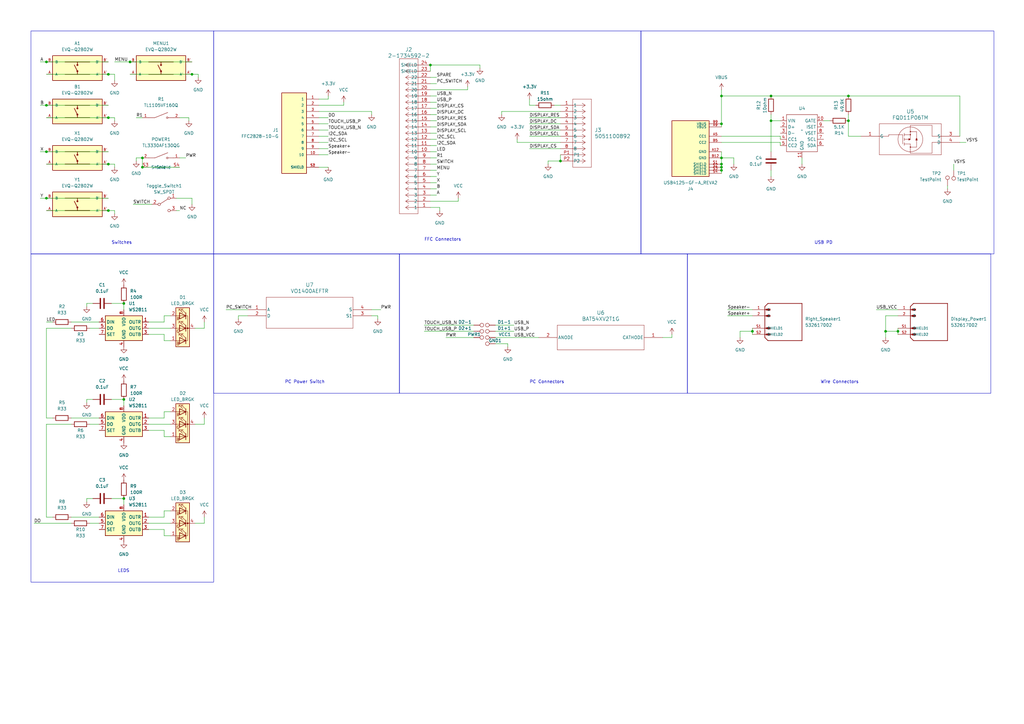
<source format=kicad_sch>
(kicad_sch (version 20230121) (generator eeschema)
  (paper "A3")
  (lib_symbols
    (symbol "2-1734592-2:2-1734592-2" (pin_names (offset 0.254))
      (property "Reference" "J" (at 8.89 6.35 0))
      (property "Value" "2-1734592-2" (at 0 0 0))
      (symbol "2-1734592-2_0_1"
        (pin unspecified line (at 0 0 0) (length 5.08) (name "1") (number "1"))
        (pin unspecified line (at 0 -22.86 0) (length 5.08) (name "10") (number "10"))
        (pin unspecified line (at 0 -25.4 0) (length 5.08) (name "11") (number "11"))
        (pin unspecified line (at 0 -27.94 0) (length 5.08) (name "12") (number "12"))
        (pin unspecified line (at 0 -30.48 0) (length 5.08) (name "13") (number "13"))
        (pin unspecified line (at 0 -33.02 0) (length 5.08) (name "14") (number "14"))
        (pin unspecified line (at 0 -35.56 0) (length 5.08) (name "15") (number "15"))
        (pin unspecified line (at 0 -38.1 0) (length 5.08) (name "16") (number "16"))
        (pin unspecified line (at 0 -40.64 0) (length 5.08) (name "17") (number "17"))
        (pin unspecified line (at 0 -43.18 0) (length 5.08) (name "18") (number "18"))
        (pin unspecified line (at 0 -45.72 0) (length 5.08) (name "19") (number "19"))
        (pin unspecified line (at 0 -2.54 0) (length 5.08) (name "2") (number "2"))
        (pin unspecified line (at 0 -48.26 0) (length 5.08) (name "20") (number "20"))
        (pin unspecified line (at 0 -50.8 0) (length 5.08) (name "21") (number "21"))
        (pin unspecified line (at 0 -53.34 0) (length 5.08) (name "22") (number "22"))
        (pin unspecified line (at 0 -55.88 0) (length 5.08) (name "SHIELD") (number "23"))
        (pin unspecified line (at 0 -58.42 0) (length 5.08) (name "SHIELD") (number "24"))
        (pin unspecified line (at 0 -5.08 0) (length 5.08) (name "3") (number "3"))
        (pin unspecified line (at 0 -7.62 0) (length 5.08) (name "4") (number "4"))
        (pin unspecified line (at 0 -10.16 0) (length 5.08) (name "5") (number "5"))
        (pin unspecified line (at 0 -12.7 0) (length 5.08) (name "6") (number "6"))
        (pin unspecified line (at 0 -15.24 0) (length 5.08) (name "7") (number "7"))
        (pin unspecified line (at 0 -17.78 0) (length 5.08) (name "8") (number "8"))
        (pin unspecified line (at 0 -20.32 0) (length 5.08) (name "9") (number "9"))
      )
    )
    (symbol "5051100892:5051100892" (pin_names (offset 0.254))
      (property "Reference" "J" (at 8.89 6.35 0))
      (property "Value" "5051100892" (at 0 0 0))
      (symbol "5051100892_1_1"
        (pin unspecified line (at 0 0 0) (length 5.08) (name "1") (number "1"))
        (pin unspecified line (at 0 -2.54 0) (length 5.08) (name "2") (number "2"))
        (pin unspecified line (at 0 -5.08 0) (length 5.08) (name "3") (number "3"))
        (pin unspecified line (at 0 -7.62 0) (length 5.08) (name "4") (number "4"))
        (pin unspecified line (at 0 -10.16 0) (length 5.08) (name "5") (number "5"))
        (pin unspecified line (at 0 -12.7 0) (length 5.08) (name "6") (number "6"))
        (pin unspecified line (at 0 -15.24 0) (length 5.08) (name "7") (number "7"))
        (pin unspecified line (at 0 -17.78 0) (length 5.08) (name "8") (number "8"))
        (pin unspecified line (at 0 -20.32 0) (length 5.08) (name "P1") (number "P1"))
        (pin unspecified line (at 0 -22.86 0) (length 5.08) (name "P2") (number "P2"))
      )
      (symbol "5051100892_1_2"
        (pin unspecified line (at 0 0 0) (length 5.08) (name "1") (number "1"))
        (pin unspecified line (at 0 -2.54 0) (length 5.08) (name "2") (number "2"))
        (pin unspecified line (at 0 -5.08 0) (length 5.08) (name "3") (number "3"))
        (pin unspecified line (at 0 -7.62 0) (length 5.08) (name "4") (number "4"))
        (pin unspecified line (at 0 -10.16 0) (length 5.08) (name "5") (number "5"))
        (pin unspecified line (at 0 -12.7 0) (length 5.08) (name "6") (number "6"))
        (pin unspecified line (at 0 -15.24 0) (length 5.08) (name "7") (number "7"))
        (pin unspecified line (at 0 -17.78 0) (length 5.08) (name "8") (number "8"))
        (pin unspecified line (at 0 -20.32 0) (length 5.08) (name "P1") (number "P1"))
        (pin unspecified line (at 0 -22.86 0) (length 5.08) (name "P2") (number "P2"))
      )
    )
    (symbol "532617002:532617002" (pin_names (offset 1.016))
      (property "Reference" "J" (at -7.62 8.89 0))
      (property "Value" "532617002" (at -7.62 -10.16 0))
      (symbol "532617002_0_0"
        (pin passive line (at -12.7 5.08 0) (length 5.08) (name "1") (number "1"))
        (pin passive line (at -12.7 2.54 0) (length 5.08) (name "2") (number "2"))
        (pin passive line (at -12.7 -2.54 0) (length 5.08) (name "SHIELD1") (number "S1"))
        (pin passive line (at -12.7 -5.08 0) (length 5.08) (name "SHIELD2") (number "S2"))
      )
    )
    (symbol "BAT54XV2T1G:BAT54XV2T1G" (pin_names (offset 0.254))
      (property "Reference" "U" (at 25.4 10.16 0))
      (property "Value" "BAT54XV2T1G" (at 25.4 7.62 0))
      (symbol "BAT54XV2T1G_0_1"
        (pin unspecified line (at 0 0 0) (length 7.62) (name "CATHODE") (number "1"))
        (pin unspecified line (at 50.8 0 180) (length 7.62) (name "ANODE") (number "2"))
      )
    )
    (symbol "Connector:TestPoint" (pin_numbers hide) (pin_names (offset 0.762) hide)
      (property "Reference" "TP" (at 0 6.858 0))
      (property "Value" "TestPoint" (at 0 5.08 0))
      (symbol "TestPoint_1_1"
        (pin passive line (at 0 0 90) (length 2.54) (name "1") (number "1"))
      )
    )
    (symbol "Device:C" (pin_numbers hide) (pin_names (offset 0.254))
      (property "Reference" "C" (at 0.635 2.54 0))
      (property "Value" "C" (at 0.635 -2.54 0))
      (symbol "C_1_1"
        (pin passive line (at 0 3.81 270) (length 2.794) (name "~") (number "1"))
        (pin passive line (at 0 -3.81 90) (length 2.794) (name "~") (number "2"))
      )
    )
    (symbol "Device:LED_BRGK" (pin_names (offset 0) hide)
      (property "Reference" "D" (at 0 9.398 0))
      (property "Value" "LED_BRGK" (at 0 -8.89 0))
      (symbol "LED_BRGK_0_0"
        (text "B" (at 1.905 -6.35 0) (effects (font (size 1.27 1.27))))
        (text "G" (at 1.905 -1.27 0) (effects (font (size 1.27 1.27))))
        (text "R" (at 1.905 3.81 0) (effects (font (size 1.27 1.27))))
      )
      (symbol "LED_BRGK_1_1"
        (pin passive line (at 5.08 -5.08 180) (length 2.54) (name "BA") (number "1"))
        (pin passive line (at 5.08 5.08 180) (length 2.54) (name "RA") (number "2"))
        (pin passive line (at 5.08 0 180) (length 2.54) (name "GA") (number "3"))
        (pin passive line (at -5.08 0 0) (length 2.54) (name "K") (number "4"))
      )
    )
    (symbol "Device:R" (pin_numbers hide) (pin_names (offset 0))
      (property "Reference" "R" (at 2.032 0 90))
      (property "Value" "R" (at 0 0 90))
      (symbol "R_1_1"
        (pin passive line (at 0 3.81 270) (length 1.27) (name "~") (number "1"))
        (pin passive line (at 0 -3.81 90) (length 1.27) (name "~") (number "2"))
      )
    )
    (symbol "Driver_LED:WS2811"
      (property "Reference" "U" (at -6.35 6.35 0))
      (property "Value" "WS2811" (at 5.08 6.35 0))
      (symbol "WS2811_1_1"
        (pin output line (at 10.16 2.54 180) (length 2.54) (name "OUTR") (number "1"))
        (pin output line (at 10.16 0 180) (length 2.54) (name "OUTG") (number "2"))
        (pin output line (at 10.16 -2.54 180) (length 2.54) (name "OUTB") (number "3"))
        (pin power_in line (at 0 -7.62 90) (length 2.54) (name "GND") (number "4"))
        (pin output line (at -10.16 0 0) (length 2.54) (name "DO") (number "5"))
        (pin input line (at -10.16 2.54 0) (length 2.54) (name "DIN") (number "6"))
        (pin input line (at -10.16 -2.54 0) (length 2.54) (name "SET") (number "7"))
        (pin power_in line (at 0 7.62 270) (length 2.54) (name "VDD") (number "8"))
      )
    )
    (symbol "EVQ-Q2B02W:EVQ-Q2B02W" (pin_names (offset 1.016))
      (property "Reference" "S" (at -10.1693 5.5931 0))
      (property "Value" "EVQ-Q2B02W" (at -10.1644 -7.6233 0))
      (symbol "EVQ-Q2B02W_0_0"
        (pin passive line (at -12.7 -2.54 0) (length 2.54) (name "A") (number "A"))
        (pin passive line (at 12.7 -2.54 180) (length 2.54) (name "A'") (number "A'"))
        (pin passive line (at -12.7 2.54 0) (length 2.54) (name "B") (number "B"))
        (pin passive line (at 12.7 2.54 180) (length 2.54) (name "B'") (number "B'"))
      )
    )
    (symbol "FFC2B28-10-G:FFC2B28-10-G" (pin_names (offset 1.016))
      (property "Reference" "J" (at -5.08 16.002 0))
      (property "Value" "FFC2B28-10-G" (at -5.08 -20.32 0))
      (symbol "FFC2B28-10-G_0_0"
        (pin passive line (at -10.16 12.7 0) (length 5.08) (name "1") (number "1"))
        (pin passive line (at -10.16 -10.16 0) (length 5.08) (name "10") (number "10"))
        (pin passive line (at -10.16 10.16 0) (length 5.08) (name "2") (number "2"))
        (pin passive line (at -10.16 7.62 0) (length 5.08) (name "3") (number "3"))
        (pin passive line (at -10.16 5.08 0) (length 5.08) (name "4") (number "4"))
        (pin passive line (at -10.16 2.54 0) (length 5.08) (name "5") (number "5"))
        (pin passive line (at -10.16 0 0) (length 5.08) (name "6") (number "6"))
        (pin passive line (at -10.16 -2.54 0) (length 5.08) (name "7") (number "7"))
        (pin passive line (at -10.16 -5.08 0) (length 5.08) (name "8") (number "8"))
        (pin passive line (at -10.16 -7.62 0) (length 5.08) (name "9") (number "9"))
        (pin passive line (at -10.16 -15.24 0) (length 5.08) (name "SHIELD") (number "S1"))
        (pin passive line (at -10.16 -15.24 0) (length 5.08) (name "SHIELD") (number "S2"))
      )
    )
    (symbol "FQD11P06TM:FQD11P06TM" (pin_names (offset 0.254))
      (property "Reference" "U" (at 20.32 10.16 0))
      (property "Value" "FQD11P06TM" (at 20.32 7.62 0))
      (symbol "FQD11P06TM_0_1"
        (pin unspecified line (at 0 0 0) (length 7.62) (name "G") (number "1"))
        (pin unspecified line (at 40.64 0 180) (length 7.62) (name "S") (number "3"))
        (pin unspecified line (at 40.64 -2.54 180) (length 7.62) (name "D") (number "4"))
      )
    )
    (symbol "HUSB238:HUSB238"
      (property "Reference" "U" (at 0 -10.16 0))
      (symbol "HUSB238_1_1"
        (pin power_in line (at -8.89 3.81 0) (length 2.54) (name "VIN") (number "1"))
        (pin input line (at 8.89 3.81 180) (length 2.54) (name "GATE") (number "10"))
        (pin power_in line (at 0 -11.43 90) (length 2.54) (name "GND") (number "11"))
        (pin input line (at -8.89 1.27 0) (length 2.54) (name "D+") (number "2"))
        (pin input line (at -8.89 -1.27 0) (length 2.54) (name "D-") (number "3"))
        (pin input line (at -8.89 -3.81 0) (length 2.54) (name "CC1") (number "4"))
        (pin input line (at -8.89 -6.35 0) (length 2.54) (name "CC2") (number "5"))
        (pin input line (at 8.89 -6.35 180) (length 2.54) (name "SDA") (number "6"))
        (pin input line (at 8.89 -3.81 180) (length 2.54) (name "SCL") (number "7"))
        (pin input line (at 8.89 -1.27 180) (length 2.54) (name "VSET") (number "8"))
        (pin input line (at 8.89 1.27 180) (length 2.54) (name "ISET") (number "9"))
      )
    )
    (symbol "SOP-4V1:VO1400AEFTR" (pin_names (offset 0.254))
      (property "Reference" "U" (at 25.4 10.16 0))
      (property "Value" "VO1400AEFTR" (at 25.4 7.62 0))
      (symbol "VO1400AEFTR_0_1"
        (pin unspecified line (at 0 0 0) (length 7.62) (name "A") (number "1"))
        (pin unspecified line (at 0 -2.54 0) (length 7.62) (name "D") (number "2"))
        (pin unspecified line (at 50.8 -2.54 180) (length 7.62) (name "S1") (number "3"))
        (pin unspecified line (at 50.8 0 180) (length 7.62) (name "S") (number "4"))
      )
    )
    (symbol "Switch:SW_SPDT" (pin_names (offset 0) hide)
      (property "Reference" "SW" (at 0 4.318 0))
      (property "Value" "SW_SPDT" (at 0 -5.08 0))
      (symbol "SW_SPDT_1_1"
        (pin passive line (at 5.08 2.54 180) (length 2.54) (name "A") (number "1"))
        (pin passive line (at -5.08 0 0) (length 2.54) (name "B") (number "2"))
        (pin passive line (at 5.08 -2.54 180) (length 2.54) (name "C") (number "3"))
      )
    )
    (symbol "TL1105VF160Q:TL1105VF160Q" (pin_names (offset 1.016))
      (property "Reference" "S" (at -5.08 5.08 0))
      (property "Value" "TL1105VF160Q" (at -5.08 -5.08 0))
      (symbol "TL1105VF160Q_0_0"
        (pin passive line (at -7.62 0 0) (length 2.54) (name "~") (number "1"))
        (pin passive line (at 7.62 0 180) (length 2.54) (name "~") (number "2"))
      )
    )
    (symbol "TL3330AF130QG:TL3330AF130QG" (pin_names (offset 1.016))
      (property "Reference" "POWER1" (at 0 7.62 0))
      (property "Value" "TL3330AF130QG" (at 0 5.08 0))
      (symbol "TL3330AF130QG_0_0"
        (pin passive line (at 7.62 0 180) (length 2.54) (name "~") (number "1"))
        (pin passive line (at -7.62 0 0) (length 2.54) (name "~") (number "2"))
      )
      (symbol "TL3330AF130QG_1_1"
        (pin passive line (at -7.62 -3.81 0) (length 2.54) (name "Shield") (number "S3"))
        (pin passive line (at 7.62 -3.81 180) (length 2.54) (name "Shield") (number "S4"))
      )
    )
    (symbol "USB4125-GF-A:USB4125-GF-A_REVA2" (pin_names (offset 1.016))
      (property "Reference" "J4" (at 0 -17.78 0))
      (property "Value" "USB4125-GF-A_REVA2" (at 0 -15.24 0))
      (symbol "USB4125-GF-A_REVA2_0_0"
        (pin power_in line (at -12.7 -2.54 0) (length 5.08) (name "GND") (number "A12"))
        (pin bidirectional line (at -12.7 3.81 0) (length 5.08) (name "CC1") (number "A5"))
        (pin power_in line (at -12.7 7.62 0) (length 5.08) (name "VBUS") (number "A9"))
        (pin power_in line (at -12.7 -5.08 0) (length 5.08) (name "GND") (number "B12"))
        (pin bidirectional line (at -12.7 1.27 0) (length 5.08) (name "CC2") (number "B5"))
        (pin power_in line (at -12.7 8.89 0) (length 5.08) (name "VBUS") (number "B9"))
        (pin passive line (at -12.7 -7.62 0) (length 5.08) (name "SHIELD") (number "S1"))
        (pin passive line (at -12.7 -8.89 0) (length 5.08) (name "SHIELD") (number "S2"))
        (pin passive line (at -12.7 -10.16 0) (length 5.08) (name "SHIELD") (number "S3"))
        (pin passive line (at -12.7 -11.43 0) (length 5.08) (name "SHIELD") (number "S4"))
      )
    )
    (symbol "power:+3.3V" (power) (pin_names (offset 0))
      (property "Value" "+3.3V" (at 0 3.556 0))
      (symbol "+3.3V_1_1"
        (pin power_in line (at 0 0 90) (length 0) hide (name "+3.3V") (number "1"))
      )
    )
    (symbol "power:GND" (power) (pin_names (offset 0))
      (property "Value" "GND" (at 0 -3.81 0))
      (symbol "GND_1_1"
        (pin power_in line (at 0 0 270) (length 0) hide (name "GND") (number "1"))
      )
    )
    (symbol "power:VBUS" (power) (pin_names (offset 0))
      (property "Value" "VBUS" (at 0 3.81 0))
      (symbol "VBUS_1_1"
        (pin power_in line (at 0 0 90) (length 0) hide (name "VBUS") (number "1"))
      )
    )
    (symbol "power:VCC" (power) (pin_names (offset 0))
      (property "Value" "VCC" (at 0 3.81 0))
      (symbol "VCC_1_1"
        (pin power_in line (at 0 0 90) (length 0) hide (name "VCC") (number "1"))
      )
    )
  )
  (junction (at 19.05 43.18))
  (junction (at 50.8 163.83))
  (junction (at 44.45 86.36))
  (junction (at 176.53 26.67))
  (junction (at 58.42 64.77))
  (junction (at 295.91 68.58))
  (junction (at 347.98 49.53))
  (junction (at 295.91 39.37))
  (junction (at 19.05 25.4))
  (junction (at 50.8 204.47))
  (junction (at 295.91 69.85))
  (junction (at 295.91 64.77))
  (junction (at 295.91 50.8))
  (junction (at 44.45 30.48))
  (junction (at 229.87 66.04))
  (junction (at 308.61 135.89))
  (junction (at 44.45 67.31))
  (junction (at 58.42 68.58))
  (junction (at 19.05 81.28))
  (junction (at 295.91 67.31))
  (junction (at 78.74 30.48))
  (junction (at 19.05 62.23))
  (junction (at 347.98 39.37))
  (junction (at 50.8 124.46))
  (junction (at 44.45 48.26))
  (junction (at 53.34 25.4))
  (junction (at 316.23 49.53))
  (junction (at 316.23 39.37))
  (junction (at 363.22 135.89))
  (junction (at 368.3 135.89))
  (wire (pts (xy 300.99 67.31) (xy 300.99 64.77)))
  (wire (pts (xy 44.45 30.48) (xy 46.99 30.48)))
  (wire (pts (xy 229.87 58.42) (xy 212.09 58.42)))
  (wire (pts (xy 359.41 127) (xy 368.3 127)))
  (wire (pts (xy 130.81 68.58) (xy 134.62 68.58)))
  (wire (pts (xy 391.16 67.31) (xy 391.16 69.85)))
  (wire (pts (xy 140.97 43.18) (xy 140.97 41.91)))
  (wire (pts (xy 203.2 133.35) (xy 210.82 133.35)))
  (wire (pts (xy 35.56 124.46) (xy 35.56 125.73)))
  (wire (pts (xy 316.23 69.85) (xy 316.23 72.39)))
  (wire (pts (xy 316.23 49.53) (xy 320.04 49.53)))
  (wire (pts (xy 337.82 49.53) (xy 340.36 49.53)))
  (wire (pts (xy 130.81 53.34) (xy 134.62 53.34)))
  (wire (pts (xy 60.96 214.63) (xy 69.85 214.63)))
  (wire (pts (xy 176.53 74.93) (xy 179.07 74.93)))
  (wire (pts (xy 19.05 25.4) (xy 44.45 25.4)))
  (wire (pts (xy 60.96 176.53) (xy 67.31 176.53)))
  (wire (pts (xy 78.74 81.28) (xy 78.74 83.82)))
  (wire (pts (xy 60.96 137.16) (xy 67.31 137.16)))
  (wire (pts (xy 67.31 139.7) (xy 69.85 139.7)))
  (wire (pts (xy 173.99 135.89) (xy 194.31 135.89)))
  (wire (pts (xy 176.53 69.85) (xy 179.07 69.85)))
  (wire (pts (xy 53.34 25.4) (xy 78.74 25.4)))
  (wire (pts (xy 60.96 217.17) (xy 67.31 217.17)))
  (wire (pts (xy 36.83 173.99) (xy 40.64 173.99)))
  (wire (pts (xy 295.91 69.85) (xy 295.91 71.12)))
  (wire (pts (xy 67.31 171.45) (xy 60.96 171.45)))
  (wire (pts (xy 217.17 60.96) (xy 229.87 60.96)))
  (wire (pts (xy 176.53 80.01) (xy 179.07 80.01)))
  (wire (pts (xy 67.31 209.55) (xy 67.31 212.09)))
  (wire (pts (xy 176.53 62.23) (xy 179.07 62.23)))
  (wire (pts (xy 295.91 58.42) (xy 320.04 58.42)))
  (wire (pts (xy 29.21 134.62) (xy 19.05 134.62)))
  (wire (pts (xy 298.45 127) (xy 308.61 127)))
  (wire (pts (xy 58.42 68.58) (xy 73.66 68.58)))
  (wire (pts (xy 328.93 64.77) (xy 328.93 67.31)))
  (wire (pts (xy 217.17 55.88) (xy 229.87 55.88)))
  (wire (pts (xy 176.53 77.47) (xy 179.07 77.47)))
  (wire (pts (xy 80.01 134.62) (xy 83.82 134.62)))
  (wire (pts (xy 298.45 129.54) (xy 308.61 129.54)))
  (wire (pts (xy 16.51 25.4) (xy 19.05 25.4)))
  (wire (pts (xy 16.51 43.18) (xy 19.05 43.18)))
  (wire (pts (xy 130.81 55.88) (xy 134.62 55.88)))
  (wire (pts (xy 134.62 39.37) (xy 134.62 40.64)))
  (wire (pts (xy 55.88 48.26) (xy 58.42 48.26)))
  (wire (pts (xy 46.99 87.63) (xy 46.99 86.36)))
  (wire (pts (xy 154.94 129.54) (xy 154.94 130.81)))
  (wire (pts (xy 80.01 214.63) (xy 83.82 214.63)))
  (wire (pts (xy 347.98 46.99) (xy 347.98 49.53)))
  (wire (pts (xy 38.1 204.47) (xy 35.56 204.47)))
  (wire (pts (xy 35.56 163.83) (xy 35.56 165.1)))
  (wire (pts (xy 72.39 81.28) (xy 78.74 81.28)))
  (wire (pts (xy 347.98 39.37) (xy 393.7 39.37)))
  (wire (pts (xy 308.61 134.62) (xy 308.61 135.89)))
  (wire (pts (xy 182.88 138.43) (xy 194.31 138.43)))
  (wire (pts (xy 203.2 135.89) (xy 210.82 135.89)))
  (wire (pts (xy 176.53 34.29) (xy 179.07 34.29)))
  (wire (pts (xy 50.8 204.47) (xy 50.8 207.01)))
  (wire (pts (xy 97.79 129.54) (xy 97.79 130.81)))
  (wire (pts (xy 19.05 212.09) (xy 21.59 212.09)))
  (wire (pts (xy 320.04 58.42) (xy 320.04 59.69)))
  (wire (pts (xy 316.23 39.37) (xy 347.98 39.37)))
  (wire (pts (xy 130.81 50.8) (xy 134.62 50.8)))
  (wire (pts (xy 229.87 63.5) (xy 229.87 66.04)))
  (wire (pts (xy 208.28 140.97) (xy 208.28 142.24)))
  (wire (pts (xy 275.59 137.16) (xy 275.59 138.43)))
  (wire (pts (xy 67.31 179.07) (xy 69.85 179.07)))
  (wire (pts (xy 46.99 67.31) (xy 44.45 67.31)))
  (wire (pts (xy 176.53 26.67) (xy 196.85 26.67)))
  (wire (pts (xy 187.96 82.55) (xy 187.96 81.28)))
  (wire (pts (xy 308.61 135.89) (xy 308.61 137.16)))
  (wire (pts (xy 81.28 30.48) (xy 78.74 30.48)))
  (wire (pts (xy 50.8 124.46) (xy 50.8 127)))
  (wire (pts (xy 217.17 40.64) (xy 217.17 43.18)))
  (wire (pts (xy 38.1 163.83) (xy 35.56 163.83)))
  (wire (pts (xy 35.56 204.47) (xy 35.56 205.74)))
  (wire (pts (xy 176.53 85.09) (xy 180.34 85.09)))
  (wire (pts (xy 60.96 134.62) (xy 69.85 134.62)))
  (wire (pts (xy 295.91 50.8) (xy 295.91 52.07)))
  (wire (pts (xy 176.53 36.83) (xy 191.77 36.83)))
  (wire (pts (xy 19.05 134.62) (xy 19.05 171.45)))
  (wire (pts (xy 205.74 45.72) (xy 205.74 46.99)))
  (wire (pts (xy 16.51 62.23) (xy 19.05 62.23)))
  (wire (pts (xy 295.91 39.37) (xy 316.23 39.37)))
  (wire (pts (xy 19.05 62.23) (xy 44.45 62.23)))
  (wire (pts (xy 19.05 173.99) (xy 19.05 212.09)))
  (wire (pts (xy 224.79 66.04) (xy 229.87 66.04)))
  (wire (pts (xy 83.82 171.45) (xy 83.82 173.99)))
  (wire (pts (xy 19.05 67.31) (xy 44.45 67.31)))
  (wire (pts (xy 46.99 49.53) (xy 46.99 48.26)))
  (wire (pts (xy 69.85 168.91) (xy 67.31 168.91)))
  (wire (pts (xy 205.74 45.72) (xy 229.87 45.72)))
  (wire (pts (xy 176.53 72.39) (xy 179.07 72.39)))
  (wire (pts (xy 130.81 60.96) (xy 134.62 60.96)))
  (wire (pts (xy 363.22 135.89) (xy 368.3 135.89)))
  (wire (pts (xy 16.51 81.28) (xy 19.05 81.28)))
  (wire (pts (xy 176.53 54.61) (xy 179.07 54.61)))
  (wire (pts (xy 295.91 36.83) (xy 295.91 39.37)))
  (wire (pts (xy 316.23 49.53) (xy 316.23 62.23)))
  (wire (pts (xy 363.22 129.54) (xy 363.22 135.89)))
  (wire (pts (xy 73.66 48.26) (xy 77.47 48.26)))
  (wire (pts (xy 19.05 43.18) (xy 44.45 43.18)))
  (wire (pts (xy 368.3 134.62) (xy 368.3 135.89)))
  (wire (pts (xy 152.4 127) (xy 156.21 127)))
  (wire (pts (xy 173.99 133.35) (xy 194.31 133.35)))
  (wire (pts (xy 67.31 219.71) (xy 69.85 219.71)))
  (wire (pts (xy 50.8 163.83) (xy 50.8 166.37)))
  (wire (pts (xy 29.21 171.45) (xy 40.64 171.45)))
  (wire (pts (xy 295.91 64.77) (xy 295.91 67.31)))
  (wire (pts (xy 130.81 40.64) (xy 134.62 40.64)))
  (wire (pts (xy 101.6 129.54) (xy 97.79 129.54)))
  (wire (pts (xy 320.04 55.88) (xy 320.04 57.15)))
  (wire (pts (xy 36.83 134.62) (xy 40.64 134.62)))
  (wire (pts (xy 69.85 209.55) (xy 67.31 209.55)))
  (wire (pts (xy 176.53 59.69) (xy 179.07 59.69)))
  (wire (pts (xy 217.17 50.8) (xy 229.87 50.8)))
  (wire (pts (xy 303.53 138.43) (xy 303.53 135.89)))
  (wire (pts (xy 80.01 173.99) (xy 83.82 173.99)))
  (wire (pts (xy 152.4 129.54) (xy 154.94 129.54)))
  (wire (pts (xy 176.53 67.31) (xy 179.07 67.31)))
  (wire (pts (xy 393.7 58.42) (xy 396.24 58.42)))
  (wire (pts (xy 46.99 68.58) (xy 46.99 67.31)))
  (wire (pts (xy 295.91 50.8) (xy 295.91 39.37)))
  (wire (pts (xy 69.85 129.54) (xy 67.31 129.54)))
  (wire (pts (xy 176.53 57.15) (xy 179.07 57.15)))
  (wire (pts (xy 46.99 86.36) (xy 44.45 86.36)))
  (wire (pts (xy 203.2 138.43) (xy 220.98 138.43)))
  (wire (pts (xy 176.53 49.53) (xy 179.07 49.53)))
  (wire (pts (xy 152.4 46.99) (xy 152.4 45.72)))
  (wire (pts (xy 54.61 83.82) (xy 62.23 83.82)))
  (wire (pts (xy 347.98 55.88) (xy 353.06 55.88)))
  (wire (pts (xy 191.77 36.83) (xy 191.77 35.56)))
  (wire (pts (xy 152.4 45.72) (xy 130.81 45.72)))
  (wire (pts (xy 180.34 85.09) (xy 180.34 86.36)))
  (wire (pts (xy 295.91 67.31) (xy 295.91 68.58)))
  (wire (pts (xy 45.72 163.83) (xy 50.8 163.83)))
  (wire (pts (xy 67.31 129.54) (xy 67.31 132.08)))
  (wire (pts (xy 196.85 26.67) (xy 196.85 27.94)))
  (wire (pts (xy 67.31 212.09) (xy 60.96 212.09)))
  (wire (pts (xy 130.81 58.42) (xy 134.62 58.42)))
  (wire (pts (xy 92.71 127) (xy 101.6 127)))
  (wire (pts (xy 303.53 135.89) (xy 308.61 135.89)))
  (wire (pts (xy 19.05 48.26) (xy 44.45 48.26)))
  (wire (pts (xy 29.21 132.08) (xy 40.64 132.08)))
  (wire (pts (xy 176.53 39.37) (xy 179.07 39.37)))
  (wire (pts (xy 19.05 86.36) (xy 44.45 86.36)))
  (wire (pts (xy 67.31 137.16) (xy 67.31 139.7)))
  (wire (pts (xy 224.79 67.31) (xy 224.79 66.04)))
  (wire (pts (xy 36.83 214.63) (xy 40.64 214.63)))
  (wire (pts (xy 19.05 132.08) (xy 21.59 132.08)))
  (wire (pts (xy 83.82 132.08) (xy 83.82 134.62)))
  (wire (pts (xy 45.72 124.46) (xy 50.8 124.46)))
  (wire (pts (xy 130.81 48.26) (xy 134.62 48.26)))
  (wire (pts (xy 58.42 64.77) (xy 58.42 68.58)))
  (wire (pts (xy 67.31 132.08) (xy 60.96 132.08)))
  (wire (pts (xy 217.17 43.18) (xy 219.71 43.18)))
  (wire (pts (xy 53.34 30.48) (xy 78.74 30.48)))
  (wire (pts (xy 368.3 129.54) (xy 363.22 129.54)))
  (wire (pts (xy 295.91 55.88) (xy 320.04 55.88)))
  (wire (pts (xy 275.59 138.43) (xy 271.78 138.43)))
  (wire (pts (xy 67.31 168.91) (xy 67.31 171.45)))
  (wire (pts (xy 81.28 31.75) (xy 81.28 30.48)))
  (wire (pts (xy 29.21 212.09) (xy 40.64 212.09)))
  (wire (pts (xy 19.05 171.45) (xy 21.59 171.45)))
  (wire (pts (xy 176.53 31.75) (xy 179.07 31.75)))
  (wire (pts (xy 45.72 204.47) (xy 50.8 204.47)))
  (wire (pts (xy 29.21 173.99) (xy 19.05 173.99)))
  (wire (pts (xy 368.3 135.89) (xy 368.3 137.16)))
  (wire (pts (xy 363.22 138.43) (xy 363.22 135.89)))
  (wire (pts (xy 217.17 53.34) (xy 229.87 53.34)))
  (wire (pts (xy 176.53 82.55) (xy 187.96 82.55)))
  (wire (pts (xy 227.33 43.18) (xy 229.87 43.18)))
  (wire (pts (xy 212.09 58.42) (xy 212.09 57.15)))
  (wire (pts (xy 46.99 30.48) (xy 46.99 33.02)))
  (wire (pts (xy 176.53 64.77) (xy 179.07 64.77)))
  (wire (pts (xy 388.62 76.2) (xy 388.62 77.47)))
  (wire (pts (xy 316.23 46.99) (xy 316.23 49.53)))
  (wire (pts (xy 46.99 48.26) (xy 44.45 48.26)))
  (wire (pts (xy 77.47 48.26) (xy 77.47 49.53)))
  (wire (pts (xy 203.2 140.97) (xy 208.28 140.97)))
  (wire (pts (xy 130.81 63.5) (xy 134.62 63.5)))
  (wire (pts (xy 176.53 52.07) (xy 179.07 52.07)))
  (wire (pts (xy 217.17 48.26) (xy 229.87 48.26)))
  (wire (pts (xy 73.66 64.77) (xy 76.2 64.77)))
  (wire (pts (xy 67.31 217.17) (xy 67.31 219.71)))
  (wire (pts (xy 130.81 43.18) (xy 140.97 43.18)))
  (wire (pts (xy 83.82 212.09) (xy 83.82 214.63)))
  (wire (pts (xy 55.88 64.77) (xy 58.42 64.77)))
  (wire (pts (xy 46.99 25.4) (xy 53.34 25.4)))
  (wire (pts (xy 347.98 49.53) (xy 347.98 55.88)))
  (wire (pts (xy 19.05 30.48) (xy 44.45 30.48)))
  (wire (pts (xy 38.1 124.46) (xy 35.56 124.46)))
  (wire (pts (xy 67.31 176.53) (xy 67.31 179.07)))
  (wire (pts (xy 295.91 62.23) (xy 295.91 64.77)))
  (wire (pts (xy 176.53 44.45) (xy 179.07 44.45)))
  (wire (pts (xy 60.96 173.99) (xy 69.85 173.99)))
  (wire (pts (xy 295.91 68.58) (xy 295.91 69.85)))
  (wire (pts (xy 295.91 64.77) (xy 300.99 64.77)))
  (wire (pts (xy 13.97 214.63) (xy 29.21 214.63)))
  (wire (pts (xy 55.88 64.77) (xy 55.88 66.04)))
  (wire (pts (xy 393.7 39.37) (xy 393.7 55.88)))
  (wire (pts (xy 19.05 81.28) (xy 44.45 81.28)))
  (wire (pts (xy 176.53 46.99) (xy 179.07 46.99)))
  (wire (pts (xy 176.53 26.67) (xy 176.53 29.21)))
  (wire (pts (xy 72.39 86.36) (xy 73.66 86.36)))
  (wire (pts (xy 176.53 41.91) (xy 179.07 41.91)))
  (rectangle (start 87.63 12.7) (end 262.89 104.14))
  (rectangle (start 12.7 12.7) (end 87.63 104.14))
  (rectangle (start 281.94 104.14) (end 406.4 161.29))
  (rectangle (start 262.89 12.7) (end 407.67 104.14))
  (rectangle (start 12.7 104.14) (end 87.63 238.76))
  (rectangle (start 87.63 104.14) (end 163.83 161.29))
  (rectangle (start 163.83 104.14) (end 281.94 161.29))
  (text "Switches" (at 45.72 100.33 0) (effects (font (size 1.27 1.27)) (justify left bottom)))
  (text "PC Power Switch" (at 116.84 157.48 0) (effects (font (size 1.27 1.27)) (justify left bottom)))
  (text "PC Connectors" (at 217.17 157.48 0) (effects (font (size 1.27 1.27)) (justify left bottom)))
  (text "FFC Connectors" (at 173.99 99.06 0) (effects (font (size 1.27 1.27)) (justify left bottom)))
  (text "LEDS" (at 48.26 234.95 0) (effects (font (size 1.27 1.27)) (justify left bottom)))
  (text "USB PD" (at 334.01 100.33 0) (effects (font (size 1.27 1.27)) (justify left bottom)))
  (text "Wire Connectors" (at 336.55 157.48 0) (effects (font (size 1.27 1.27)) (justify left bottom)))
  (label "R1" (at 179.07 64.77 0))
  (label "LED" (at 19.05 132.08 0))
  (label "PC_SWITCH" (at 179.07 34.29 0))
  (label "SWITCH" (at 179.07 67.31 0))
  (label "DISPLAY_SCL" (at 217.17 55.88 0))
  (label "SPARE" (at 179.07 31.75 0))
  (label "VSYS" (at 391.16 67.31 0))
  (label "DISPLAY_CS" (at 179.07 44.45 0))
  (label "VSYS" (at 396.24 58.42 0))
  (label "USB_N" (at 179.07 39.37 0))
  (label "MENU" (at 179.07 69.85 0))
  (label "USB_P" (at 210.82 135.89 0))
  (label "TOUCH_USB_N" (at 173.99 133.35 0))
  (label "PWR" (at 182.88 138.43 0))
  (label "DISPLAY_SCL" (at 179.07 54.61 0))
  (label "Y" (at 179.07 72.39 0))
  (label "X" (at 179.07 74.93 0))
  (label "X" (at 16.51 62.23 0))
  (label "Speaker+" (at 298.45 129.54 0))
  (label "Speaker+" (at 134.62 60.96 0))
  (label "DISPLAY_SDA" (at 217.17 53.34 0))
  (label "USB_VCC" (at 359.41 127 0))
  (label "A" (at 179.07 80.01 0))
  (label "MENU" (at 46.99 25.4 0))
  (label "USB_VCC" (at 210.82 138.43 0))
  (label "A" (at 16.51 25.4 0))
  (label "TOUCH_USB_P" (at 134.62 50.8 0))
  (label "B" (at 179.07 77.47 0))
  (label "DISPLAY_CS" (at 217.17 60.96 0))
  (label "DISPLAY_SDA" (at 179.07 52.07 0))
  (label "I2C_SDA" (at 134.62 55.88 0))
  (label "I2C_SCL" (at 179.07 57.15 0))
  (label "DO" (at 13.97 214.63 0))
  (label "DISPLAY_RES" (at 179.07 49.53 0))
  (label "LED" (at 179.07 62.23 0))
  (label "DISPLAY_DC" (at 217.17 50.8 0))
  (label "B" (at 16.51 43.18 0))
  (label "NC" (at 73.66 86.36 0))
  (label "I2C_SCL" (at 134.62 58.42 0))
  (label "Y" (at 16.51 81.28 0))
  (label "USB_N" (at 210.82 133.35 0))
  (label "I2C_SDA" (at 179.07 59.69 0))
  (label "PC_SWITCH" (at 92.71 127 0))
  (label "Speaker-" (at 298.45 127 0))
  (label "DO" (at 134.62 48.26 0))
  (label "USB_P" (at 179.07 41.91 0))
  (label "PWR" (at 156.21 127 0))
  (label "PWR" (at 76.2 64.77 0))
  (label "DISPLAY_RES" (at 217.17 48.26 0))
  (label "DISPLAY_DC" (at 179.07 46.99 0))
  (label "SWITCH" (at 54.61 83.82 0))
  (label "Speaker-" (at 134.62 63.5 0))
  (label "TOUCH_USB_N" (at 134.62 53.34 0))
  (label "TOUCH_USB_P" (at 173.99 135.89 0))
  (label "R1" (at 55.88 48.26 0))
  (symbol (lib_id "Device:LED_BRGK") (at 74.93 134.62 0) (mirror y) (unit 1)
    (property "Reference" "D1" (at 74.93 121.92 0))
    (property "Value" "LED_BRGK" (at 74.93 124.46 0))
    (property "Footprint" "LED_SMD:LED_T36K3BGR-05D000121U1930" (effects hide))
  )
  (symbol (lib_id "power:GND") (at 78.74 83.82 0) (unit 1)
    (property "Reference" "#PWR032" (effects hide))
    (property "Value" "GND" (at 78.74 88.9 0))
  )
  (symbol (lib_id "power:VCC") (at 83.82 171.45 0) (unit 1)
    (property "Reference" "#PWR015" (effects hide))
    (property "Value" "VCC" (at 83.82 166.37 0))
  )
  (symbol (lib_id "FFC2B28-10-G:FFC2B28-10-G") (at 120.65 53.34 0) (mirror y) (unit 1)
    (property "Reference" "J1" (at 114.3 53.34 0) (effects (justify left)))
    (property "Value" "FFC2B28-10-G" (at 114.3 55.88 0) (effects (justify left)))
    (property "Footprint" "Molex Easy On Connector:Molex 5052781033" (effects hide))
    (property "PARTREV" "A" (effects hide))
    (property "STANDARD" "Manufacturer Recommendations" (effects hide))
    (property "MAXIMUM_PACKAGE_HEIGHT" "1.75mm" (effects hide))
    (property "MANUFACTURER" "GCT" (effects hide))
  )
  (symbol (lib_id "Device:R") (at 347.98 43.18 180) (unit 1)
    (property "Reference" "R13" (at 342.9 43.18 90))
    (property "Value" "49.9K" (at 345.44 43.18 90))
    (property "Footprint" "Resistor_SMD:R_0603_1608Metric_Pad0.98x0.95mm_HandSolder" (effects hide))
  )
  (symbol (lib_id "power:GND") (at 46.99 68.58 0) (unit 1)
    (property "Reference" "#PWR04" (effects hide))
    (property "Value" "GND" (at 46.99 73.66 0))
  )
  (symbol (lib_id "power:GND") (at 50.8 142.24 0) (unit 1)
    (property "Reference" "#PWR010" (effects hide))
    (property "Value" "GND" (at 50.8 147.32 0))
  )
  (symbol (lib_id "EVQ-Q2B02W:EVQ-Q2B02W") (at 31.75 27.94 0) (unit 1)
    (property "Reference" "A1" (at 31.75 17.78 0))
    (property "Value" "EVQ-Q2B02W" (at 31.75 20.32 0))
    (property "Footprint" "SW_EVQ-Q2B02W" (effects hide))
    (property "MANUFACTURER" "Panasonic" (effects hide))
  )
  (symbol (lib_id "power:GND") (at 46.99 33.02 0) (unit 1)
    (property "Reference" "#PWR02" (effects hide))
    (property "Value" "GND" (at 46.99 38.1 0))
  )
  (symbol (lib_id "power:VBUS") (at 295.91 36.83 0) (unit 1)
    (property "Reference" "#PWR036" (effects hide))
    (property "Value" "VBUS" (at 295.91 31.75 0))
  )
  (symbol (lib_id "power:GND") (at 35.56 125.73 0) (unit 1)
    (property "Reference" "#PWR08" (effects hide))
    (property "Value" "GND" (at 35.56 130.81 0))
  )
  (symbol (lib_id "SOP-4V1:VO1400AEFTR") (at 101.6 127 0) (unit 1)
    (property "Reference" "U7" (at 127 116.84 0) (effects (font (size 1.524 1.524))))
    (property "Value" "VO1400AEFTR" (at 127 119.38 0) (effects (font (size 1.524 1.524))))
    (property "Footprint" "SO-4_VO_VIS" (effects hide))
    (property "Datasheet" "VO1400AEFTR" (effects hide))
  )
  (symbol (lib_id "power:GND") (at 35.56 205.74 0) (unit 1)
    (property "Reference" "#PWR016" (effects hide))
    (property "Value" "GND" (at 35.56 210.82 0))
  )
  (symbol (lib_id "Switch:SW_SPDT") (at 67.31 83.82 0) (unit 1)
    (property "Reference" "Toggle_Switch1" (at 67.31 76.2 0))
    (property "Value" "SW_SPDT" (at 67.31 78.74 0))
    (property "Footprint" "NKK Slide Switch:NKK SS12SBP2" (effects hide))
  )
  (symbol (lib_id "BAT54XV2T1G:BAT54XV2T1G") (at 271.78 138.43 180) (unit 1)
    (property "Reference" "U6" (at 246.38 128.27 0) (effects (font (size 1.524 1.524))))
    (property "Value" "BAT54XV2T1G" (at 246.38 130.81 0) (effects (font (size 1.524 1.524))))
    (property "Footprint" "SOD-523_0P9X1P3_ONS" (effects hide))
    (property "Datasheet" "BAT54XV2T1G" (effects hide))
  )
  (symbol (lib_id "power:GND") (at 35.56 165.1 0) (unit 1)
    (property "Reference" "#PWR012" (effects hide))
    (property "Value" "GND" (at 35.56 170.18 0))
  )
  (symbol (lib_id "power:VCC") (at 83.82 132.08 0) (unit 1)
    (property "Reference" "#PWR011" (effects hide))
    (property "Value" "VCC" (at 83.82 127 0))
  )
  (symbol (lib_id "EVQ-Q2B02W:EVQ-Q2B02W") (at 66.04 27.94 0) (unit 1)
    (property "Reference" "MENU1" (at 66.04 17.78 0))
    (property "Value" "EVQ-Q2B02W" (at 66.04 20.32 0))
    (property "Footprint" "SW_EVQ-Q2B02W" (effects hide))
    (property "MANUFACTURER" "Panasonic" (effects hide))
  )
  (symbol (lib_id "power:GND") (at 300.99 67.31 0) (unit 1)
    (property "Reference" "#PWR033" (effects hide))
    (property "Value" "GND" (at 300.99 72.39 0))
  )
  (symbol (lib_id "Device:R") (at 50.8 160.02 0) (unit 1)
    (property "Reference" "R7" (at 53.34 158.75 0) (effects (justify left)))
    (property "Value" "100R" (at 53.34 161.29 0) (effects (justify left)))
    (property "Footprint" "Resistor_SMD:R_0603_1608Metric_Pad0.98x0.95mm_HandSolder" (effects hide))
  )
  (symbol (lib_id "Device:LED_BRGK") (at 74.93 214.63 0) (mirror y) (unit 1)
    (property "Reference" "D3" (at 74.93 201.93 0))
    (property "Value" "LED_BRGK" (at 74.93 204.47 0))
    (property "Footprint" "LED_SMD:LED_T36K3BGR-05D000121U1930" (effects hide))
  )
  (symbol (lib_id "EVQ-Q2B02W:EVQ-Q2B02W") (at 31.75 45.72 0) (unit 1)
    (property "Reference" "B1" (at 31.75 35.56 0))
    (property "Value" "EVQ-Q2B02W" (at 31.75 38.1 0))
    (property "Footprint" "SW_EVQ-Q2B02W" (effects hide))
    (property "MANUFACTURER" "Panasonic" (effects hide))
  )
  (symbol (lib_id "power:GND") (at 224.79 67.31 0) (unit 1)
    (property "Reference" "#PWR028" (effects hide))
    (property "Value" "GND" (at 224.79 72.39 0))
  )
  (symbol (lib_id "Driver_LED:WS2811") (at 50.8 134.62 0) (unit 1)
    (property "Reference" "U1" (at 52.7559 124.46 0) (effects (justify left)))
    (property "Value" "WS2811" (at 52.7559 127 0) (effects (justify left)))
    (property "Footprint" "Package_SO:SOP-8_3.9x4.9mm_P1.27mm" (effects hide))
    (property "Datasheet" "https://cdn-shop.adafruit.com/datasheets/WS2811.pdf" (effects hide))
  )
  (symbol (lib_id "power:VCC") (at 83.82 212.09 0) (unit 1)
    (property "Reference" "#PWR019" (effects hide))
    (property "Value" "VCC" (at 83.82 207.01 0))
  )
  (symbol (lib_id "power:+3.3V") (at 217.17 40.64 0) (unit 1)
    (property "Reference" "#PWR031" (effects hide))
    (property "Value" "+3.3V" (at 217.17 35.56 0))
  )
  (symbol (lib_id "Device:R") (at 50.8 200.66 0) (unit 1)
    (property "Reference" "R9" (at 53.34 199.39 0) (effects (justify left)))
    (property "Value" "100R" (at 53.34 201.93 0) (effects (justify left)))
    (property "Footprint" "Resistor_SMD:R_0603_1608Metric_Pad0.98x0.95mm_HandSolder" (effects hide))
  )
  (symbol (lib_id "power:GND") (at 180.34 86.36 0) (unit 1)
    (property "Reference" "#PWR024" (effects hide))
    (property "Value" "GND" (at 180.34 91.44 0))
  )
  (symbol (lib_id "power:VCC") (at 187.96 81.28 0) (unit 1)
    (property "Reference" "#PWR025" (effects hide))
    (property "Value" "VCC" (at 187.96 76.2 0))
  )
  (symbol (lib_id "2-1734592-2:2-1734592-2") (at 176.53 85.09 180) (unit 1)
    (property "Reference" "J2" (at 167.64 20.32 0) (effects (font (size 1.524 1.524))))
    (property "Value" "2-1734592-2" (at 167.64 22.86 0) (effects (font (size 1.524 1.524))))
    (property "Footprint" "CONN22_2-1734592-2" (effects hide))
    (property "Datasheet" "2-1734592-2" (effects hide))
  )
  (symbol (lib_id "power:VCC") (at 140.97 41.91 0) (unit 1)
    (property "Reference" "#PWR022" (effects hide))
    (property "Value" "VCC" (at 140.97 36.83 0))
  )
  (symbol (lib_id "power:GND") (at 328.93 67.31 0) (unit 1)
    (property "Reference" "#PWR034" (effects hide))
    (property "Value" "GND" (at 328.93 72.39 0))
  )
  (symbol (lib_id "Connector:TestPoint") (at 388.62 76.2 0) (unit 1)
    (property "Reference" "TP2" (at 382.27 71.12 0) (effects (justify left)))
    (property "Value" "TestPoint" (at 377.19 73.66 0) (effects (justify left)))
    (property "Footprint" "TestPoint:TestPoint_THTPad_D1.5mm_Drill0.7mm" (effects hide))
  )
  (symbol (lib_id "532617002:532617002") (at 321.31 132.08 0) (unit 1)
    (property "Reference" "Right_Speaker1" (at 330.2 130.81 0) (effects (justify left)))
    (property "Value" "532617002" (at 330.2 133.35 0) (effects (justify left)))
    (property "Footprint" "MOLEX_532617002" (effects hide))
    (property "DigiKey_Part_Number" "WM25389TR-ND" (effects hide))
    (property "SnapEDA_Link" "https://www.snapeda.com/parts/532617002/Molex/view-part/?ref=snap" (effects hide))
    (property "MAXIMUM_PACKAGE_HEIGHT" "3.4 mm" (effects hide))
    (property "Package" "None" (effects hide))
    (property "Check_prices" "https://www.snapeda.com/parts/532617002/Molex/view-part/?ref=eda" (effects hide))
    (property "STANDARD" "Manufacturer Recommendations" (effects hide))
    (property "PARTREV" "B" (effects hide))
    (property "MF" "Molex" (effects hide))
    (property "MP" "532617002" (effects hide))
    (property "Description" "\nConnector Header Surface Mount, Right Angle 2 position 0.049 (1.25mm)\n" (effects hide))
    (property "MANUFACTURER" "Molex" (effects hide))
  )
  (symbol (lib_id "Device:R") (at 25.4 212.09 90) (unit 1)
    (property "Reference" "R8" (at 25.4 205.74 90))
    (property "Value" "R33" (at 25.4 208.28 90))
    (property "Footprint" "Resistor_SMD:R_0603_1608Metric_Pad0.98x0.95mm_HandSolder" (effects hide))
  )
  (symbol (lib_id "power:GND") (at 363.22 138.43 0) (unit 1)
    (property "Reference" "#PWR041" (effects hide))
    (property "Value" "GND" (at 363.22 143.51 0))
  )
  (symbol (lib_id "power:GND") (at 205.74 46.99 0) (unit 1)
    (property "Reference" "#PWR030" (effects hide))
    (property "Value" "GND" (at 205.74 52.07 0))
  )
  (symbol (lib_id "Device:R") (at 316.23 43.18 180) (unit 1)
    (property "Reference" "R12" (at 311.15 43.18 90))
    (property "Value" "10ohm" (at 313.69 43.18 90))
    (property "Footprint" "Resistor_SMD:R_0603_1608Metric_Pad0.98x0.95mm_HandSolder" (effects hide))
  )
  (symbol (lib_id "power:GND") (at 50.8 222.25 0) (unit 1)
    (property "Reference" "#PWR018" (effects hide))
    (property "Value" "GND" (at 50.8 227.33 0))
  )
  (symbol (lib_id "TL1105VF160Q:TL1105VF160Q") (at 66.04 48.26 0) (unit 1)
    (property "Reference" "R1" (at 66.04 40.64 0))
    (property "Value" "TL1105VF160Q" (at 66.04 43.18 0))
    (property "Footprint" "SW_TL1105VF160Q" (effects hide))
    (property "PARTREV" "C" (effects hide))
    (property "STANDARD" "Manufacturer Recommendations" (effects hide))
    (property "SNAPEDA_PN" "TL1105VF160Q" (effects hide))
    (property "MAXIMUM_PACKAGE_HEIGHT" "7 mm" (effects hide))
    (property "MANUFACTURER" "E-Switch" (effects hide))
  )
  (symbol (lib_id "power:GND") (at 208.28 142.24 0) (unit 1)
    (property "Reference" "#PWR038" (effects hide))
    (property "Value" "GND" (at 208.28 147.32 0))
  )
  (symbol (lib_id "power:GND") (at 303.53 138.43 0) (unit 1)
    (property "Reference" "#PWR040" (effects hide))
    (property "Value" "GND" (at 303.53 143.51 0))
  )
  (symbol (lib_id "power:+3.3V") (at 134.62 39.37 0) (unit 1)
    (property "Reference" "#PWR023" (effects hide))
    (property "Value" "+3.3V" (at 134.62 34.29 0))
  )
  (symbol (lib_id "532617002:532617002") (at 381 132.08 0) (unit 1)
    (property "Reference" "Display_Power1" (at 389.89 130.81 0) (effects (justify left)))
    (property "Value" "532617002" (at 389.89 133.35 0) (effects (justify left)))
    (property "Footprint" "MOLEX_532617002" (effects hide))
    (property "DigiKey_Part_Number" "WM25389TR-ND" (effects hide))
    (property "SnapEDA_Link" "https://www.snapeda.com/parts/532617002/Molex/view-part/?ref=snap" (effects hide))
    (property "MAXIMUM_PACKAGE_HEIGHT" "3.4 mm" (effects hide))
    (property "Package" "None" (effects hide))
    (property "Check_prices" "https://www.snapeda.com/parts/532617002/Molex/view-part/?ref=eda" (effects hide))
    (property "STANDARD" "Manufacturer Recommendations" (effects hide))
    (property "PARTREV" "B" (effects hide))
    (property "MF" "Molex" (effects hide))
    (property "MP" "532617002" (effects hide))
    (property "Description" "\nConnector Header Surface Mount, Right Angle 2 position 0.049 (1.25mm)\n" (effects hide))
    (property "MANUFACTURER" "Molex" (effects hide))
  )
  (symbol (lib_id "EVQ-Q2B02W:EVQ-Q2B02W") (at 31.75 64.77 0) (unit 1)
    (property "Reference" "X1" (at 31.75 54.61 0))
    (property "Value" "EVQ-Q2B02W" (at 31.75 57.15 0))
    (property "Footprint" "SW_EVQ-Q2B02W" (effects hide))
    (property "MANUFACTURER" "Panasonic" (effects hide))
  )
  (symbol (lib_id "Device:LED_BRGK") (at 74.93 173.99 0) (mirror y) (unit 1)
    (property "Reference" "D2" (at 74.93 161.29 0))
    (property "Value" "LED_BRGK" (at 74.93 163.83 0))
    (property "Footprint" "LED_SMD:LED_T36K3BGR-05D000121U1930" (effects hide))
  )
  (symbol (lib_id "Device:C") (at 316.23 66.04 0) (unit 1)
    (property "Reference" "C4" (at 309.88 64.77 0) (effects (justify left)))
    (property "Value" "0.1uF" (at 307.34 67.31 0) (effects (justify left)))
    (property "Footprint" "Capacitor_SMD:C_0603_1608Metric_Pad1.08x0.95mm_HandSolder" (effects hide))
  )
  (symbol (lib_id "power:GND") (at 196.85 27.94 0) (unit 1)
    (property "Reference" "#PWR027" (effects hide))
    (property "Value" "GND" (at 196.85 33.02 0))
  )
  (symbol (lib_id "power:VCC") (at 50.8 196.85 0) (unit 1)
    (property "Reference" "#PWR017" (effects hide))
    (property "Value" "VCC" (at 50.8 191.77 0))
  )
  (symbol (lib_id "Connector:TestPoint") (at 194.31 138.43 270) (unit 1)
    (property "Reference" "PWR1" (at 191.77 137.16 90) (effects (justify left)))
    (property "Value" "TestPoint" (effects hide))
    (property "Footprint" "TestPoint:TestPoint_THTPad_D1.0mm_Drill0.5mm" (effects hide))
  )
  (symbol (lib_id "power:VCC") (at 50.8 116.84 0) (unit 1)
    (property "Reference" "#PWR09" (effects hide))
    (property "Value" "VCC" (at 50.8 111.76 0))
  )
  (symbol (lib_id "Device:R") (at 33.02 214.63 90) (unit 1)
    (property "Reference" "R10" (at 33.02 217.17 90))
    (property "Value" "R33" (at 33.02 219.71 90))
    (property "Footprint" "Resistor_SMD:R_0603_1608Metric_Pad0.98x0.95mm_HandSolder" (effects hide))
  )
  (symbol (lib_id "Connector:TestPoint") (at 203.2 133.35 90) (unit 1)
    (property "Reference" "D1-1" (at 209.55 132.08 90) (effects (justify left)))
    (property "Value" "TestPoint" (effects hide))
    (property "Footprint" "TestPoint:TestPoint_THTPad_D1.0mm_Drill0.5mm" (effects hide))
  )
  (symbol (lib_id "power:GND") (at 46.99 87.63 0) (unit 1)
    (property "Reference" "#PWR05" (effects hide))
    (property "Value" "GND" (at 46.99 92.71 0))
  )
  (symbol (lib_id "power:GND") (at 77.47 49.53 0) (unit 1)
    (property "Reference" "#PWR06" (effects hide))
    (property "Value" "GND" (at 77.47 54.61 0))
  )
  (symbol (lib_id "5051100892:5051100892") (at 229.87 43.18 0) (unit 1)
    (property "Reference" "J3" (at 243.84 53.34 0) (effects (font (size 1.524 1.524)) (justify left)))
    (property "Value" "5051100892" (at 243.84 55.88 0) (effects (font (size 1.524 1.524)) (justify left)))
    (property "Footprint" "CON_5051100892_MOL" (effects hide))
    (property "Datasheet" "5051100892" (effects hide))
  )
  (symbol (lib_id "Driver_LED:WS2811") (at 50.8 173.99 0) (unit 1)
    (property "Reference" "U2" (at 52.7559 163.83 0) (effects (justify left)))
    (property "Value" "WS2811" (at 52.7559 166.37 0) (effects (justify left)))
    (property "Footprint" "Package_SO:SOP-8_3.9x4.9mm_P1.27mm" (effects hide))
    (property "Datasheet" "https://cdn-shop.adafruit.com/datasheets/WS2811.pdf" (effects hide))
  )
  (symbol (lib_id "Connector:TestPoint") (at 203.2 138.43 90) (unit 1)
    (property "Reference" "VCC1" (at 209.55 137.16 90) (effects (justify left)))
    (property "Value" "TestPoint" (effects hide))
    (property "Footprint" "TestPoint:TestPoint_THTPad_D1.0mm_Drill0.5mm" (effects hide))
  )
  (symbol (lib_id "Connector:TestPoint") (at 203.2 140.97 90) (unit 1)
    (property "Reference" "GND1" (at 205.74 139.7 90) (effects (justify left)))
    (property "Value" "TestPoint" (effects hide))
    (property "Footprint" "TestPoint:TestPoint_THTPad_D1.0mm_Drill0.5mm" (effects hide))
  )
  (symbol (lib_id "power:+3.3V") (at 191.77 35.56 0) (unit 1)
    (property "Reference" "#PWR026" (effects hide))
    (property "Value" "+3.3V" (at 191.77 30.48 0))
  )
  (symbol (lib_id "Driver_LED:WS2811") (at 50.8 214.63 0) (unit 1)
    (property "Reference" "U3" (at 52.7559 204.47 0) (effects (justify left)))
    (property "Value" "WS2811" (at 52.7559 207.01 0) (effects (justify left)))
    (property "Footprint" "Package_SO:SOP-8_3.9x4.9mm_P1.27mm" (effects hide))
    (property "Datasheet" "https://cdn-shop.adafruit.com/datasheets/WS2811.pdf" (effects hide))
  )
  (symbol (lib_id "Device:C") (at 41.91 124.46 90) (unit 1)
    (property "Reference" "C1" (at 41.91 116.84 90))
    (property "Value" "0.1uF" (at 41.91 119.38 90))
    (property "Footprint" "Capacitor_SMD:C_0603_1608Metric_Pad1.08x0.95mm_HandSolder" (effects hide))
  )
  (symbol (lib_id "Device:R") (at 25.4 171.45 90) (unit 1)
    (property "Reference" "R5" (at 25.4 165.1 90))
    (property "Value" "R33" (at 25.4 167.64 90))
    (property "Footprint" "Resistor_SMD:R_0603_1608Metric_Pad0.98x0.95mm_HandSolder" (effects hide))
  )
  (symbol (lib_id "USB4125-GF-A:USB4125-GF-A_REVA2") (at 283.21 59.69 0) (mirror y) (unit 1)
    (property "Reference" "J4" (at 283.21 77.47 0))
    (property "Value" "USB4125-GF-A_REVA2" (at 283.21 74.93 0))
    (property "Footprint" "GCT_USB4125-GF-A_REVA2" (effects hide))
    (property "DigiKey_Part_Number" "2073-USB4125-GF-ATR-ND" (effects hide))
    (property "SnapEDA_Link" "https://www.snapeda.com/parts/USB4125-GF-A/Global+Connector+Technology/view-part/?ref=snap" (effects hide))
    (property "MAXIMUM_PACKAGE_HEIGHT" "3.16 mm" (effects hide))
    (property "Package" "None" (effects hide))
    (property "Check_prices" "https://www.snapeda.com/parts/USB4125-GF-A/Global+Connector+Technology/view-part/?ref=eda" (effects hide))
    (property "STANDARD" "Manufacturer Recommendations" (effects hide))
    (property "PARTREV" "Rev A2" (effects hide))
    (property "MF" "Global Connector Technology" (effects hide))
    (property "MP" "USB4125-GF-A" (effects hide))
    (property "Description" "\nUSB Charge Only Connector Type C Horizontal Receptacle, 3.16mm profile, 6 Pins, Surface mount, Top mount, low cost\n" (effects hide))
    (property "MANUFACTURER" "GCT" (effects hide))
  )
  (symbol (lib_id "HUSB238:HUSB238") (at 328.93 53.34 0) (unit 1)
    (property "Reference" "U4" (at 328.93 44.45 0))
    (property "Value" "~" (at 328.93 53.34 0))
    (property "Footprint" "Package_DFN_QFN:DFN-10-1EP_3x3mm_P0.5mm_EP1.7x2.5mm" (effects hide))
  )
  (symbol (lib_id "power:GND") (at 97.79 130.81 0) (unit 1)
    (property "Reference" "#PWR043" (effects hide))
    (property "Value" "GND" (at 97.79 135.89 0))
  )
  (symbol (lib_id "power:GND") (at 152.4 46.99 0) (unit 1)
    (property "Reference" "#PWR021" (effects hide))
    (property "Value" "GND" (at 152.4 52.07 0))
  )
  (symbol (lib_id "EVQ-Q2B02W:EVQ-Q2B02W") (at 31.75 83.82 0) (unit 1)
    (property "Reference" "Y1" (at 31.75 73.66 0))
    (property "Value" "EVQ-Q2B02W" (at 31.75 76.2 0))
    (property "Footprint" "SW_EVQ-Q2B02W" (effects hide))
    (property "MANUFACTURER" "Panasonic" (effects hide))
  )
  (symbol (lib_id "Device:R") (at 50.8 120.65 0) (unit 1)
    (property "Reference" "R4" (at 53.34 119.38 0) (effects (justify left)))
    (property "Value" "100R" (at 53.34 121.92 0) (effects (justify left)))
    (property "Footprint" "Resistor_SMD:R_0603_1608Metric_Pad0.98x0.95mm_HandSolder" (effects hide))
  )
  (symbol (lib_id "power:GND") (at 154.94 130.81 0) (unit 1)
    (property "Reference" "#PWR044" (effects hide))
    (property "Value" "GND" (at 154.94 135.89 0))
  )
  (symbol (lib_id "power:GND") (at 46.99 49.53 0) (unit 1)
    (property "Reference" "#PWR03" (effects hide))
    (property "Value" "GND" (at 46.99 54.61 0))
  )
  (symbol (lib_id "Device:R") (at 223.52 43.18 90) (unit 1)
    (property "Reference" "R11" (at 223.52 38.1 90))
    (property "Value" "15ohm" (at 223.52 40.64 90))
    (property "Footprint" "Resistor_SMD:R_0603_1608Metric_Pad0.98x0.95mm_HandSolder" (effects hide))
  )
  (symbol (lib_id "power:VCC") (at 50.8 156.21 0) (unit 1)
    (property "Reference" "#PWR013" (effects hide))
    (property "Value" "VCC" (at 50.8 151.13 0))
  )
  (symbol (lib_id "power:GND") (at 81.28 31.75 0) (unit 1)
    (property "Reference" "#PWR01" (effects hide))
    (property "Value" "GND" (at 81.28 36.83 0))
  )
  (symbol (lib_id "TL3330AF130QG:TL3330AF130QG") (at 66.04 64.77 0) (unit 1)
    (property "Reference" "POWER1" (at 66.04 57.15 0))
    (property "Value" "TL3330AF130QG" (at 66.04 59.69 0))
    (property "Footprint" "SW_TL3330AF130QG" (effects hide))
    (property "PARTREV" "B" (effects hide))
    (property "STANDARD" "Manufacturer Recommendations" (effects hide))
    (property "SNAPEDA_PN" "TL3330AF130QG" (effects hide))
    (property "MAXIMUM_PACKAGE_HEIGHT" "3.4 mm" (effects hide))
    (property "MANUFACTURER" "E-Switch" (effects hide))
  )
  (symbol (lib_id "Device:R") (at 25.4 132.08 90) (unit 1)
    (property "Reference" "R2" (at 25.4 125.73 90))
    (property "Value" "R33" (at 25.4 128.27 90))
    (property "Footprint" "Resistor_SMD:R_0603_1608Metric_Pad0.98x0.95mm_HandSolder" (effects hide))
  )
  (symbol (lib_id "power:VCC") (at 275.59 137.16 0) (unit 1)
    (property "Reference" "#PWR039" (effects hide))
    (property "Value" "VCC" (at 275.59 132.08 0))
  )
  (symbol (lib_id "FQD11P06TM:FQD11P06TM") (at 353.06 55.88 0) (unit 1)
    (property "Reference" "U5" (at 373.38 45.72 0) (effects (font (size 1.524 1.524))))
    (property "Value" "FQD11P06TM" (at 373.38 48.26 0) (effects (font (size 1.524 1.524))))
    (property "Footprint" "TO-252-3_ONS" (effects hide))
    (property "Datasheet" "FQD11P06TM" (effects hide))
  )
  (symbol (lib_id "Device:C") (at 41.91 163.83 90) (unit 1)
    (property "Reference" "C2" (at 41.91 156.21 90))
    (property "Value" "0.1uF" (at 41.91 158.75 90))
    (property "Footprint" "Capacitor_SMD:C_0603_1608Metric_Pad1.08x0.95mm_HandSolder" (effects hide))
  )
  (symbol (lib_id "Device:R") (at 33.02 173.99 90) (unit 1)
    (property "Reference" "R6" (at 33.02 176.53 90))
    (property "Value" "R33" (at 33.02 179.07 90))
    (property "Footprint" "Resistor_SMD:R_0603_1608Metric_Pad0.98x0.95mm_HandSolder" (effects hide))
  )
  (symbol (lib_id "Device:C") (at 41.91 204.47 90) (unit 1)
    (property "Reference" "C3" (at 41.91 196.85 90))
    (property "Value" "0.1uF" (at 41.91 199.39 90))
    (property "Footprint" "Capacitor_SMD:C_0603_1608Metric_Pad1.08x0.95mm_HandSolder" (effects hide))
  )
  (symbol (lib_id "power:GND") (at 316.23 72.39 0) (unit 1)
    (property "Reference" "#PWR035" (effects hide))
    (property "Value" "GND" (at 316.23 77.47 0))
  )
  (symbol (lib_id "power:+3.3V") (at 212.09 57.15 0) (unit 1)
    (property "Reference" "#PWR029" (effects hide))
    (property "Value" "+3.3V" (at 212.09 52.07 0))
  )
  (symbol (lib_id "Connector:TestPoint") (at 194.31 133.35 270) (unit 1)
    (property "Reference" "D2-1" (at 187.96 132.08 90) (effects (justify left)))
    (property "Value" "TestPoint" (effects hide))
    (property "Footprint" "TestPoint:TestPoint_THTPad_D1.0mm_Drill0.5mm" (effects hide))
  )
  (symbol (lib_id "power:GND") (at 388.62 77.47 0) (unit 1)
    (property "Reference" "#PWR042" (effects hide))
    (property "Value" "GND" (at 388.62 82.55 0))
  )
  (symbol (lib_id "Device:R") (at 344.17 49.53 270) (unit 1)
    (property "Reference" "R14" (at 344.17 54.61 90))
    (property "Value" "5.1K" (at 344.17 52.07 90))
    (property "Footprint" "Resistor_SMD:R_0603_1608Metric_Pad0.98x0.95mm_HandSolder" (effects hide))
  )
  (symbol (lib_id "power:GND") (at 50.8 181.61 0) (unit 1)
    (property "Reference" "#PWR014" (effects hide))
    (property "Value" "GND" (at 50.8 186.69 0))
  )
  (symbol (lib_id "Device:R") (at 33.02 134.62 90) (unit 1)
    (property "Reference" "R3" (at 33.02 137.16 90))
    (property "Value" "R33" (at 33.02 139.7 90))
    (property "Footprint" "Resistor_SMD:R_0603_1608Metric_Pad0.98x0.95mm_HandSolder" (effects hide))
  )
  (symbol (lib_id "Connector:TestPoint") (at 194.31 135.89 270) (unit 1)
    (property "Reference" "D2+1" (at 187.96 134.62 90) (effects (justify left)))
    (property "Value" "TestPoint" (effects hide))
    (property "Footprint" "TestPoint:TestPoint_THTPad_D1.0mm_Drill0.5mm" (effects hide))
  )
  (symbol (lib_id "power:GND") (at 134.62 68.58 0) (unit 1)
    (property "Reference" "#PWR020" (effects hide))
    (property "Value" "GND" (at 134.62 73.66 0))
  )
  (symbol (lib_id "Connector:TestPoint") (at 203.2 135.89 90) (unit 1)
    (property "Reference" "D1+1" (at 209.55 134.62 90) (effects (justify left)))
    (property "Value" "TestPoint" (effects hide))
    (property "Footprint" "TestPoint:TestPoint_THTPad_D1.0mm_Drill0.5mm" (effects hide))
  )
  (symbol (lib_id "power:GND") (at 55.88 66.04 0) (unit 1)
    (property "Reference" "#PWR07" (effects hide))
    (property "Value" "GND" (at 55.88 71.12 0))
  )
  (symbol (lib_id "Connector:TestPoint") (at 391.16 69.85 180) (unit 1)
    (property "Reference" "TP1" (at 396.24 71.12 0) (effects (justify left)))
    (property "Value" "TestPoint" (at 401.32 73.66 0) (effects (justify left)))
    (property "Footprint" "TestPoint:TestPoint_THTPad_D1.5mm_Drill0.7mm" (effects hide))
  )
)
</source>
